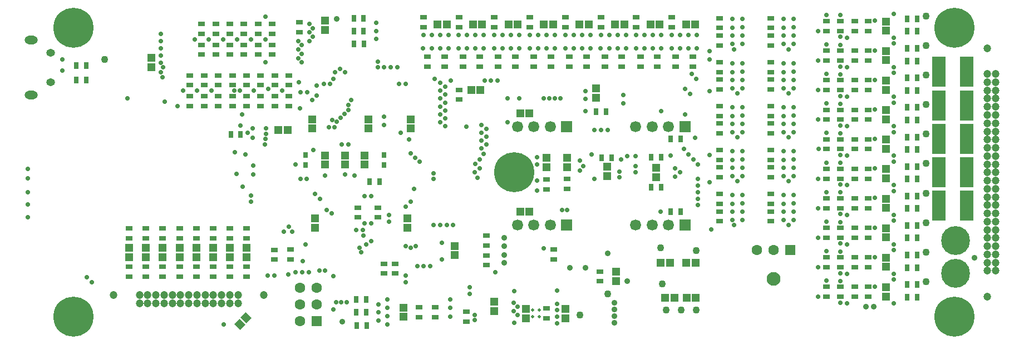
<source format=gbr>
%TF.GenerationSoftware,Altium Limited,Altium Designer,22.4.2 (48)*%
G04 Layer_Color=16711935*
%FSLAX45Y45*%
%MOMM*%
%TF.SameCoordinates,3A7B4B19-9BDF-4AC5-8A71-DEF6C9DA19E2*%
%TF.FilePolarity,Negative*%
%TF.FileFunction,Soldermask,Bot*%
%TF.Part,Single*%
G01*
G75*
%TA.AperFunction,ViaPad*%
%ADD98C,0.50000*%
%TA.AperFunction,SMDPad,CuDef*%
%ADD105R,1.00000X0.80000*%
%ADD106R,0.80000X1.00000*%
%ADD107R,1.20000X1.15000*%
%ADD108R,1.15000X1.20000*%
%ADD109R,0.80000X0.95000*%
G04:AMPARAMS|DCode=110|XSize=1.2mm|YSize=1.15mm|CornerRadius=0mm|HoleSize=0mm|Usage=FLASHONLY|Rotation=315.000|XOffset=0mm|YOffset=0mm|HoleType=Round|Shape=Rectangle|*
%AMROTATEDRECTD110*
4,1,4,-0.83085,0.01768,-0.01768,0.83085,0.83085,-0.01768,0.01768,-0.83085,-0.83085,0.01768,0.0*
%
%ADD110ROTATEDRECTD110*%

%ADD111R,2.00000X4.54000*%
%TA.AperFunction,ConnectorPad*%
%ADD112R,0.80000X1.00000*%
%TA.AperFunction,ComponentPad*%
%ADD113C,1.20000*%
%ADD114C,4.40000*%
%ADD115C,1.60000*%
%ADD116C,1.69000*%
%ADD117O,1.35000X1.15000*%
%ADD118O,2.00000X1.30000*%
%ADD119R,1.69000X1.69000*%
%ADD120R,1.60000X1.60000*%
%ADD121R,1.60000X1.60000*%
%TA.AperFunction,ViaPad*%
%ADD122C,0.70000*%
%ADD123C,1.10000*%
%ADD124C,2.10000*%
%ADD125C,0.90000*%
%ADD126C,6.10000*%
D98*
X9885000Y1300000D02*
D03*
Y1400000D02*
D03*
X9785000D02*
D03*
Y1300000D02*
D03*
D105*
X6230000Y5785000D02*
D03*
Y5635000D02*
D03*
X5430001Y1915000D02*
D03*
X5175001D02*
D03*
X4920001D02*
D03*
X4665001D02*
D03*
X4410001D02*
D03*
X4155001D02*
D03*
X3900001D02*
D03*
X3645001D02*
D03*
X5430001Y2065000D02*
D03*
Y2495000D02*
D03*
X5175001Y2065000D02*
D03*
Y2495000D02*
D03*
X4920001Y2065000D02*
D03*
Y2495000D02*
D03*
X4665001Y2065000D02*
D03*
Y2495000D02*
D03*
X4410001Y2065000D02*
D03*
Y2495000D02*
D03*
X4155001Y2065000D02*
D03*
Y2495000D02*
D03*
X3900001D02*
D03*
Y2065000D02*
D03*
X3645001Y2495000D02*
D03*
Y2065000D02*
D03*
X14682500Y5804994D02*
D03*
X14682501Y5354995D02*
D03*
Y4904995D02*
D03*
Y4454995D02*
D03*
Y4004995D02*
D03*
Y3554990D02*
D03*
Y3104996D02*
D03*
Y2654996D02*
D03*
Y2204991D02*
D03*
Y1754996D02*
D03*
X5820000Y5295000D02*
D03*
X5605000D02*
D03*
X5175000D02*
D03*
X5390000D02*
D03*
X4745000D02*
D03*
X4960000D02*
D03*
X5860001Y4510000D02*
D03*
X5645001D02*
D03*
X6075001D02*
D03*
X5430001D02*
D03*
X5215000D02*
D03*
X4785000D02*
D03*
X5000000D02*
D03*
X4570000D02*
D03*
X10100000Y2175000D02*
D03*
X8055000Y1295000D02*
D03*
X6095000Y2325000D02*
D03*
X7690000Y1960000D02*
D03*
X5430001Y2645000D02*
D03*
X4920001D02*
D03*
X5175001D02*
D03*
X4155001D02*
D03*
X4410001D02*
D03*
X3900001D02*
D03*
X3645001D02*
D03*
X4665001D02*
D03*
X8663749Y4610000D02*
D03*
Y4760000D02*
D03*
X10100000Y2325000D02*
D03*
X8775000Y1375000D02*
D03*
Y1225000D02*
D03*
X9992500Y1425000D02*
D03*
Y1275000D02*
D03*
X14682500Y5654994D02*
D03*
X14889999Y5654994D02*
D03*
Y5804994D02*
D03*
X14255000Y5654994D02*
D03*
Y5804994D02*
D03*
X14460001Y5654995D02*
D03*
Y5804994D02*
D03*
X4745000Y5765000D02*
D03*
Y5615000D02*
D03*
Y5445000D02*
D03*
X5860001Y4830000D02*
D03*
X5645001D02*
D03*
X5430001D02*
D03*
X5215000D02*
D03*
X5000000D02*
D03*
X4785000D02*
D03*
X4570000D02*
D03*
X5860001Y4660000D02*
D03*
X5645001D02*
D03*
X5430001D02*
D03*
X5215000D02*
D03*
X5000000D02*
D03*
X4785000D02*
D03*
X4570000D02*
D03*
X5820000Y5615000D02*
D03*
Y5445000D02*
D03*
X5605000Y5615000D02*
D03*
Y5445000D02*
D03*
X5390000Y5615000D02*
D03*
Y5445000D02*
D03*
X5175000Y5615000D02*
D03*
Y5445000D02*
D03*
X4960000Y5615000D02*
D03*
Y5445000D02*
D03*
X5860001Y4980000D02*
D03*
X5000000D02*
D03*
X5430001D02*
D03*
X4785000D02*
D03*
X5605000Y5765000D02*
D03*
X5175000D02*
D03*
X5215000Y4980000D02*
D03*
X4570000D02*
D03*
X5820000Y5765000D02*
D03*
X5390000D02*
D03*
X5645001Y4980000D02*
D03*
X4960000Y5765000D02*
D03*
X6075001Y4980000D02*
D03*
Y4830000D02*
D03*
Y4660000D02*
D03*
X10310000Y3250000D02*
D03*
Y3400000D02*
D03*
X9995000Y3390000D02*
D03*
Y3240000D02*
D03*
X8120000Y5864999D02*
D03*
Y5715002D02*
D03*
X14460001Y5354996D02*
D03*
X14255000Y5354995D02*
D03*
X14460001Y4904996D02*
D03*
X14255000Y4904996D02*
D03*
X14460001Y4454991D02*
D03*
X14255000Y4454991D02*
D03*
X14460001Y4004996D02*
D03*
X14255000Y4004996D02*
D03*
X14460001Y3554996D02*
D03*
X14255000Y3554996D02*
D03*
X14460001Y2654996D02*
D03*
X14255000Y2654996D02*
D03*
X14460001Y2204997D02*
D03*
X14255000Y2204996D02*
D03*
X14460001Y1754992D02*
D03*
X14255000Y1754991D02*
D03*
X14460001Y3104991D02*
D03*
X14255000Y3104991D02*
D03*
X8300000Y1445000D02*
D03*
Y1295000D02*
D03*
X8055000Y1445000D02*
D03*
X7525000Y2110000D02*
D03*
Y1960000D02*
D03*
X7690000Y2110000D02*
D03*
X7425000Y2815000D02*
D03*
Y2965000D02*
D03*
X7125000Y2965000D02*
D03*
Y2815000D02*
D03*
X10810000Y1840000D02*
D03*
Y1990000D02*
D03*
X6095000Y2175000D02*
D03*
X5855000Y2170000D02*
D03*
Y2320000D02*
D03*
X9075000Y2235000D02*
D03*
Y2085000D02*
D03*
X9075000Y2385000D02*
D03*
Y2535000D02*
D03*
X9200000Y5864999D02*
D03*
Y5715002D02*
D03*
X9519999Y5114998D02*
D03*
Y5265001D02*
D03*
X9260000Y5114998D02*
D03*
Y5265001D02*
D03*
X9740000Y5864999D02*
D03*
Y5715002D02*
D03*
X10059999Y5114998D02*
D03*
Y5265001D02*
D03*
X9799999Y5114998D02*
D03*
Y5265001D02*
D03*
X8660000Y5864999D02*
D03*
Y5715002D02*
D03*
X8979999Y5114998D02*
D03*
Y5265001D02*
D03*
X8720000Y5114998D02*
D03*
Y5265001D02*
D03*
X8439999D02*
D03*
Y5114998D02*
D03*
X8180000Y5265001D02*
D03*
Y5114998D02*
D03*
X10819999Y5864999D02*
D03*
Y5715002D02*
D03*
X11139999Y5114998D02*
D03*
Y5265001D02*
D03*
X10879999Y5114998D02*
D03*
Y5265001D02*
D03*
X11899999Y5864999D02*
D03*
Y5715002D02*
D03*
X12219999Y5114998D02*
D03*
Y5265001D02*
D03*
X11959999Y5114998D02*
D03*
Y5265001D02*
D03*
X10280000Y5864999D02*
D03*
Y5715002D02*
D03*
X10599999Y5114998D02*
D03*
Y5265001D02*
D03*
X10339999Y5114998D02*
D03*
Y5265001D02*
D03*
X11359999Y5864999D02*
D03*
Y5715002D02*
D03*
X11679999Y5114998D02*
D03*
Y5265001D02*
D03*
X11419999Y5114998D02*
D03*
Y5265001D02*
D03*
X12625001Y2905000D02*
D03*
Y2755000D02*
D03*
Y3170000D02*
D03*
Y3020000D02*
D03*
X13405000Y2905000D02*
D03*
Y2755000D02*
D03*
Y3170000D02*
D03*
Y3020000D02*
D03*
X12625001Y3575000D02*
D03*
Y3425000D02*
D03*
Y3840000D02*
D03*
Y3690000D02*
D03*
X13405000Y3575000D02*
D03*
Y3425000D02*
D03*
Y3840000D02*
D03*
Y3690000D02*
D03*
X12625001Y4245000D02*
D03*
Y4095000D02*
D03*
Y4510000D02*
D03*
Y4360000D02*
D03*
X13405000Y4245000D02*
D03*
Y4095000D02*
D03*
Y4510000D02*
D03*
Y4360000D02*
D03*
X12625001Y4915000D02*
D03*
Y4765000D02*
D03*
Y5180000D02*
D03*
Y5030000D02*
D03*
X13405000Y4915000D02*
D03*
Y4765000D02*
D03*
Y5180000D02*
D03*
Y5030000D02*
D03*
X12625001Y5585000D02*
D03*
Y5435000D02*
D03*
Y5850000D02*
D03*
Y5700000D02*
D03*
X13405000Y5850000D02*
D03*
Y5700000D02*
D03*
Y5585000D02*
D03*
Y5435000D02*
D03*
X14682501Y1604999D02*
D03*
X14890001Y1604994D02*
D03*
Y1754991D02*
D03*
X14255000Y1604994D02*
D03*
X14460001Y1604995D02*
D03*
X14682501Y3404993D02*
D03*
X14890001Y3554996D02*
D03*
Y3404999D02*
D03*
X14255000D02*
D03*
X14460001Y3404999D02*
D03*
X14682501Y2504993D02*
D03*
X14890001Y2654996D02*
D03*
Y2504994D02*
D03*
X14255000D02*
D03*
X14460001Y2504994D02*
D03*
X14682501Y4304998D02*
D03*
X14890001Y4454991D02*
D03*
Y4304993D02*
D03*
X14255000D02*
D03*
X14460001Y4304994D02*
D03*
X14682501Y5204993D02*
D03*
X14890001Y5354995D02*
D03*
Y5204993D02*
D03*
X14255000D02*
D03*
X14460001Y5204993D02*
D03*
X14682501Y2954998D02*
D03*
X14890001Y3104991D02*
D03*
Y2954994D02*
D03*
X14255000D02*
D03*
X14460001Y2954994D02*
D03*
X14682501Y3854993D02*
D03*
X14890001Y4004996D02*
D03*
Y3854994D02*
D03*
X14255000D02*
D03*
X14460001Y3854994D02*
D03*
X14682501Y2054994D02*
D03*
X14890001Y2204996D02*
D03*
Y2054999D02*
D03*
X14255000D02*
D03*
X14460001Y2054999D02*
D03*
X14682501Y4754993D02*
D03*
X14890001Y4904996D02*
D03*
Y4754993D02*
D03*
X14255000D02*
D03*
X14460001Y4754994D02*
D03*
D106*
X5340000Y4080000D02*
D03*
X15630000Y5839994D02*
D03*
X15629999Y5649997D02*
D03*
X15630000Y5389996D02*
D03*
Y4939996D02*
D03*
X15630000Y5199998D02*
D03*
Y4749999D02*
D03*
X15630000Y4489996D02*
D03*
X15630000Y4299999D02*
D03*
X15630000Y4039996D02*
D03*
X15630000Y3849999D02*
D03*
X15629996Y3589996D02*
D03*
X15629996Y3399999D02*
D03*
X15630000Y3139996D02*
D03*
X15630000Y2949999D02*
D03*
X15630000Y2689996D02*
D03*
X15630000Y2499999D02*
D03*
X15629996Y2239997D02*
D03*
X15629996Y2049999D02*
D03*
X15630000Y1789997D02*
D03*
X15630000Y1600000D02*
D03*
X5190000Y4080000D02*
D03*
X7105000Y1169999D02*
D03*
X7255000D02*
D03*
X7100000Y1365000D02*
D03*
X7250000D02*
D03*
X7250000Y1559999D02*
D03*
X7100000D02*
D03*
X15480000Y5839994D02*
D03*
X15480000Y5649997D02*
D03*
X11880000Y2905000D02*
D03*
X12030000D02*
D03*
X11885000Y4015000D02*
D03*
X12035000D02*
D03*
X10747500Y4427500D02*
D03*
X10897500D02*
D03*
X10835000Y3725000D02*
D03*
X10985000D02*
D03*
X11735000Y3729997D02*
D03*
X11585000D02*
D03*
X11585000Y3269998D02*
D03*
X11735000Y3269998D02*
D03*
X2990000Y5125000D02*
D03*
X2840000D02*
D03*
X2990000Y4910000D02*
D03*
X2840000Y4910000D02*
D03*
X7300000Y3360000D02*
D03*
X7450000D02*
D03*
X7215000Y5461361D02*
D03*
X7065000Y5461361D02*
D03*
X7210000Y5656361D02*
D03*
X7060000Y5656361D02*
D03*
X15480003Y1789997D02*
D03*
X15480003Y1600000D02*
D03*
X15479999Y3589996D02*
D03*
X15479997Y3399999D02*
D03*
X15479999Y2689996D02*
D03*
X15479997Y2499999D02*
D03*
X15480003Y4489996D02*
D03*
X15480003Y4299999D02*
D03*
X15479999Y5389996D02*
D03*
X15479997Y5199998D02*
D03*
X15480003Y3139996D02*
D03*
X15480003Y2949999D02*
D03*
X15479999Y4039996D02*
D03*
X15479997Y3849999D02*
D03*
X15479999Y2239997D02*
D03*
X15479997Y2049999D02*
D03*
X15479999Y4939996D02*
D03*
X15479997Y4749999D02*
D03*
D107*
X5430001Y2350000D02*
D03*
X5175001Y2350000D02*
D03*
X4920001D02*
D03*
X4665001D02*
D03*
X4410001D02*
D03*
X4155001D02*
D03*
X3900001D02*
D03*
X3645001D02*
D03*
X15157500Y5799994D02*
D03*
X15157500Y5349994D02*
D03*
Y4899994D02*
D03*
Y4449994D02*
D03*
Y3999994D02*
D03*
Y3550000D02*
D03*
Y3099995D02*
D03*
Y2649995D02*
D03*
Y2200000D02*
D03*
Y1749995D02*
D03*
X11660000Y3570000D02*
D03*
X10747500Y4637500D02*
D03*
X6625000Y5670000D02*
D03*
X10310000Y3580000D02*
D03*
X9995000D02*
D03*
X7930000Y4310000D02*
D03*
X7280000D02*
D03*
X3985000Y5105000D02*
D03*
X6430000Y4310000D02*
D03*
X10914999Y3445001D02*
D03*
X8595000Y2240000D02*
D03*
X7875000Y2660000D02*
D03*
X11055000Y1845000D02*
D03*
X10280000Y1420000D02*
D03*
X9677500D02*
D03*
X9200000Y1530000D02*
D03*
X7815000Y1440000D02*
D03*
X6475000Y2660000D02*
D03*
X5430001Y2210000D02*
D03*
X4155001D02*
D03*
X5175001D02*
D03*
X4665001D02*
D03*
X4920001D02*
D03*
X4410001D02*
D03*
X3900001D02*
D03*
X3645001D02*
D03*
X6625000Y5810000D02*
D03*
X9200000Y1390000D02*
D03*
X9677500Y1280000D02*
D03*
X10280000D02*
D03*
X15157500Y5659994D02*
D03*
X10310000Y3720000D02*
D03*
X9995000D02*
D03*
X8595000Y2380000D02*
D03*
X7815000Y1300000D02*
D03*
X10914999Y3585001D02*
D03*
X6925000Y3620000D02*
D03*
Y3760000D02*
D03*
X7225000Y3620000D02*
D03*
Y3760000D02*
D03*
X11055000Y1985000D02*
D03*
X11660000Y3430000D02*
D03*
X10747500Y4777500D02*
D03*
X3985000Y5245000D02*
D03*
X7280000Y4170000D02*
D03*
X6475000Y2800000D02*
D03*
X6430000Y4170000D02*
D03*
X7930000D02*
D03*
X7875000Y2800000D02*
D03*
X6625000Y3620000D02*
D03*
Y3760000D02*
D03*
X15157500Y2959995D02*
D03*
Y1609995D02*
D03*
Y3409995D02*
D03*
Y2509995D02*
D03*
Y4309994D02*
D03*
Y5209994D02*
D03*
Y3859995D02*
D03*
Y2059995D02*
D03*
Y4759994D02*
D03*
D108*
X12260001Y2120000D02*
D03*
X12124999Y1590002D02*
D03*
X11870001Y2124999D02*
D03*
X11940001Y1590001D02*
D03*
X8850000Y4755000D02*
D03*
X9735000Y4400000D02*
D03*
X5915000Y4145000D02*
D03*
X9735000Y2905000D02*
D03*
X6055000Y4145000D02*
D03*
X11730002Y2124999D02*
D03*
X12120002Y2120000D02*
D03*
X11800002Y1590001D02*
D03*
X12264998Y1590002D02*
D03*
X8335000Y5755000D02*
D03*
X8475000D02*
D03*
X9595000Y4400000D02*
D03*
Y2905000D02*
D03*
X8990000Y4755000D02*
D03*
X9415000Y5755000D02*
D03*
X9554999D02*
D03*
X9955000D02*
D03*
X10094999D02*
D03*
X8875000D02*
D03*
X9014999D02*
D03*
X11035000D02*
D03*
X11174999D02*
D03*
X12114999D02*
D03*
X12254999D02*
D03*
X10495000D02*
D03*
X10634999D02*
D03*
X11574999D02*
D03*
X11714999D02*
D03*
D109*
X6325000Y3767500D02*
D03*
Y3612500D02*
D03*
X7525000Y3767500D02*
D03*
Y3612500D02*
D03*
D110*
X5325502Y1185503D02*
D03*
X5424497Y1284498D02*
D03*
D111*
X16387500Y5031800D02*
D03*
X15962500Y5031800D02*
D03*
X16387500Y4521800D02*
D03*
X15962500D02*
D03*
X16387500Y4011799D02*
D03*
X15962500D02*
D03*
X16387500Y3501800D02*
D03*
X15962500D02*
D03*
X16387500Y2991799D02*
D03*
X15962500D02*
D03*
D112*
X7060000Y5851361D02*
D03*
X7210000Y5851361D02*
D03*
D113*
X5299999Y1630000D02*
D03*
X5050002D02*
D03*
X4924998D02*
D03*
X4675001D02*
D03*
X4550003D02*
D03*
X4300000D02*
D03*
X4175002D02*
D03*
X3925000D02*
D03*
X3800002D02*
D03*
X3800001Y1505001D02*
D03*
X16700000Y2250000D02*
D03*
X16825000D02*
D03*
X5175000Y1630000D02*
D03*
X5175000Y1505001D02*
D03*
X4800000Y1630000D02*
D03*
X4424999D02*
D03*
X4424999Y1505001D02*
D03*
X4800000D02*
D03*
X4049999Y1630000D02*
D03*
Y1505001D02*
D03*
X5299998D02*
D03*
X5050002D02*
D03*
X4924998D02*
D03*
X4675001D02*
D03*
X4550003D02*
D03*
X4300001D02*
D03*
X4175002D02*
D03*
X3925000D02*
D03*
X5690001Y1630000D02*
D03*
X3410000Y1630000D02*
D03*
X16700000Y4875000D02*
D03*
X16825000D02*
D03*
X16700000Y4625000D02*
D03*
X16825000D02*
D03*
X16700000Y4375000D02*
D03*
X16825000D02*
D03*
X16700000Y4125000D02*
D03*
X16825000D02*
D03*
X16700000Y3875000D02*
D03*
X16825000D02*
D03*
X16700000Y3625000D02*
D03*
X16825000D02*
D03*
X16700000Y3375000D02*
D03*
X16825000D02*
D03*
X16700000Y3125000D02*
D03*
X16825000D02*
D03*
X16700000Y2875000D02*
D03*
X16825000D02*
D03*
X16700000Y2625000D02*
D03*
X16825000D02*
D03*
X16700000Y2500000D02*
D03*
X16825000Y2375000D02*
D03*
Y2500000D02*
D03*
X16700000Y2125000D02*
D03*
X16825000D02*
D03*
X16700000Y2375000D02*
D03*
Y2000000D02*
D03*
X16825000D02*
D03*
X16700000Y1610000D02*
D03*
Y5390000D02*
D03*
X16825000Y2750000D02*
D03*
Y3000000D02*
D03*
Y3250000D02*
D03*
Y3500000D02*
D03*
Y3750000D02*
D03*
Y4000000D02*
D03*
Y4250000D02*
D03*
Y4500000D02*
D03*
Y4750000D02*
D03*
Y5000000D02*
D03*
X16700000Y2750000D02*
D03*
Y3000000D02*
D03*
Y3250000D02*
D03*
Y3500000D02*
D03*
Y3750000D02*
D03*
Y4000000D02*
D03*
Y4250000D02*
D03*
Y4500000D02*
D03*
Y4750000D02*
D03*
Y5000000D02*
D03*
D114*
X16220000Y2460000D02*
D03*
X16220000Y1959996D02*
D03*
D115*
X13450000Y2315000D02*
D03*
X6499999Y1744000D02*
D03*
X6245999D02*
D03*
Y1490000D02*
D03*
X6499999D02*
D03*
X6245998Y1236000D02*
D03*
X13196001Y2315000D02*
D03*
D116*
X9800000Y4199999D02*
D03*
Y2699999D02*
D03*
X10050002Y4199999D02*
D03*
X9549998D02*
D03*
X11349998Y4200002D02*
D03*
X11600000D02*
D03*
X11850002D02*
D03*
X11849999Y2700001D02*
D03*
X11599997D02*
D03*
X11350000D02*
D03*
X9549998Y2699999D02*
D03*
X10050002D02*
D03*
D117*
X2450000Y5322500D02*
D03*
Y4877497D02*
D03*
D118*
X2150001Y5517501D02*
D03*
X2150001Y4682502D02*
D03*
D119*
X10299999Y4199999D02*
D03*
X12099999Y4200001D02*
D03*
X12100001Y2700001D02*
D03*
X10299999Y2699999D02*
D03*
D120*
X6499999Y1236000D02*
D03*
D121*
X13703999Y2315000D02*
D03*
D122*
X5410000Y3770000D02*
D03*
X5530000Y3605000D02*
D03*
Y3470000D02*
D03*
X6215000Y5502501D02*
D03*
X6500000Y4825000D02*
D03*
X6225000Y4875000D02*
D03*
X6700000Y4850000D02*
D03*
X6325000Y2400000D02*
D03*
X5365000Y4385000D02*
D03*
X6730000Y4300000D02*
D03*
X5760000Y4770000D02*
D03*
X5720000Y5180000D02*
D03*
Y5875000D02*
D03*
X5340000Y4210000D02*
D03*
X5450000Y4100000D02*
D03*
X8450000Y4565000D02*
D03*
X6240000Y4475000D02*
D03*
X6350000Y4725000D02*
D03*
X11880000Y3760000D02*
D03*
X11950000Y3565000D02*
D03*
X12025000Y3500000D02*
D03*
X12085000Y3860000D02*
D03*
X12300000Y3100000D02*
D03*
X12150000Y3775000D02*
D03*
X11160000Y4555000D02*
D03*
Y4679998D02*
D03*
X9215000Y1975000D02*
D03*
X9500000Y1695000D02*
D03*
X6062196Y1944395D02*
D03*
X7850000Y1825000D02*
D03*
Y1925000D02*
D03*
X7600000Y2850000D02*
D03*
X7325000Y2450000D02*
D03*
X7250000Y2400000D02*
D03*
X7210000Y2540000D02*
D03*
X6750000Y1920000D02*
D03*
X7600000Y2750000D02*
D03*
X7095000Y2625000D02*
D03*
X6975000Y3925000D02*
D03*
X6875000Y3925294D02*
D03*
X6425000Y4600000D02*
D03*
X6500000Y4675000D02*
D03*
X5715000Y4010000D02*
D03*
X5730000Y4170000D02*
D03*
X5725000Y4090000D02*
D03*
X5500000Y3150000D02*
D03*
X6550000Y3100000D02*
D03*
X6475000Y3175000D02*
D03*
X7975000Y3250000D02*
D03*
X6340000Y3400000D02*
D03*
X6125000Y2600000D02*
D03*
X7200000Y2620000D02*
D03*
X5500000Y3050000D02*
D03*
X5255000Y3805000D02*
D03*
X6285000Y2150000D02*
D03*
X6075000Y2675000D02*
D03*
X6975000Y4530000D02*
D03*
X7025000Y4600000D02*
D03*
X6450000Y3840000D02*
D03*
X6920000Y4390000D02*
D03*
X6860000Y4335000D02*
D03*
X6975000Y4450000D02*
D03*
X6800000Y4275000D02*
D03*
X5085000Y1185503D02*
D03*
X13600000Y5454500D02*
D03*
X12820001D02*
D03*
X11199999Y5390000D02*
D03*
X12279999D02*
D03*
X11739999D02*
D03*
X13600000Y4784500D02*
D03*
Y4114501D02*
D03*
X12820001Y4784500D02*
D03*
Y4114501D02*
D03*
X13600000Y3444501D02*
D03*
X12820001D02*
D03*
X13600000Y2774501D02*
D03*
X12820001D02*
D03*
X11100000Y3515000D02*
D03*
X10659999Y5390000D02*
D03*
X10119999D02*
D03*
X9579999D02*
D03*
X10587500Y4617500D02*
D03*
X9039999Y5390000D02*
D03*
X8499999D02*
D03*
X9050000Y4900000D02*
D03*
X9850000Y3730002D02*
D03*
X10500000Y3530002D02*
D03*
X7525000Y4350000D02*
D03*
X6680000Y4190000D02*
D03*
X7775000Y4100000D02*
D03*
X6385000Y5632501D02*
D03*
X4156716Y5100000D02*
D03*
X3620000Y4625000D02*
D03*
X5275000Y3475000D02*
D03*
X4379998Y4510000D02*
D03*
X2100000Y3550000D02*
D03*
X9850000Y3225000D02*
D03*
X8275000Y3400000D02*
D03*
X7850000Y2975000D02*
D03*
X8400000Y2175000D02*
D03*
X10150000Y1700000D02*
D03*
Y1500000D02*
D03*
X7575000Y1433500D02*
D03*
X6725000Y2875000D02*
D03*
X7175000Y2280000D02*
D03*
X2100000Y2819998D02*
D03*
X5850000Y1925000D02*
D03*
X3000000Y1900000D02*
D03*
X8775000Y4200000D02*
D03*
X8535000Y4900000D02*
D03*
X7850000Y2375000D02*
D03*
X7925000Y2350000D02*
D03*
X8000000Y2375000D02*
D03*
X6750000Y1410000D02*
D03*
X11725000Y2905000D02*
D03*
X6950000Y1525000D02*
D03*
X7440000Y1490000D02*
D03*
Y1240000D02*
D03*
Y1365000D02*
D03*
X6870000Y1525000D02*
D03*
X6790000D02*
D03*
X6770000Y4190000D02*
D03*
X4465000Y4745000D02*
D03*
X4125000Y5025000D02*
D03*
X4150000Y4951252D02*
D03*
X4125000Y5281249D02*
D03*
Y5171252D02*
D03*
Y5391251D02*
D03*
Y5501248D02*
D03*
Y5611251D02*
D03*
X7225000Y3140000D02*
D03*
X7325000D02*
D03*
X6264930Y5307423D02*
D03*
X6265000Y5437500D02*
D03*
X6385000Y5502501D02*
D03*
X6215000Y5372500D02*
D03*
X8275000Y3485000D02*
D03*
X6625000Y3450000D02*
D03*
X6175000Y3625000D02*
D03*
X6925000Y3465000D02*
D03*
X7075000Y3450000D02*
D03*
X7150000Y2355000D02*
D03*
X6250000Y3400000D02*
D03*
X7525000Y4225000D02*
D03*
X7900000Y4000000D02*
D03*
X6650000Y2925000D02*
D03*
X9950000Y2345000D02*
D03*
X5370000Y3285000D02*
D03*
X8575000Y2700000D02*
D03*
X10230000Y2925000D02*
D03*
X10310000D02*
D03*
X7725000Y5100000D02*
D03*
X7625000D02*
D03*
X7525000D02*
D03*
X7425000D02*
D03*
Y5185000D02*
D03*
X7325000Y2725000D02*
D03*
X7225000D02*
D03*
X9400000Y4265000D02*
D03*
X8450000Y4205000D02*
D03*
X10035000Y4625000D02*
D03*
X7750000Y4850000D02*
D03*
X7850000D02*
D03*
X10205000Y4625000D02*
D03*
X10120000D02*
D03*
X10587500Y4430001D02*
D03*
X11350000Y3750000D02*
D03*
X11225000D02*
D03*
X9950000Y4625000D02*
D03*
X10725000Y4150000D02*
D03*
X10675000Y3775000D02*
D03*
X10550000Y3600000D02*
D03*
X10500000Y3679999D02*
D03*
X9850000Y3375000D02*
D03*
Y3620000D02*
D03*
X10925000Y4150000D02*
D03*
X10825000D02*
D03*
X11125000Y3700000D02*
D03*
X11100000Y3425000D02*
D03*
X10725000Y3400000D02*
D03*
X8025000Y2075000D02*
D03*
X8125000D02*
D03*
X8225000D02*
D03*
X11735000Y4435000D02*
D03*
X11350000Y3600000D02*
D03*
Y3500000D02*
D03*
X11950000Y3435000D02*
D03*
X8060000Y3660000D02*
D03*
X8372997Y5390000D02*
D03*
X8245997Y5590000D02*
D03*
X8372997D02*
D03*
X7995000Y3725000D02*
D03*
X7930000Y3790000D02*
D03*
X8245997Y5390000D02*
D03*
X8900000Y1330000D02*
D03*
Y1250000D02*
D03*
X8825000Y1750000D02*
D03*
Y1650000D02*
D03*
X9495000Y1510000D02*
D03*
X8400000Y2425000D02*
D03*
X9550000Y1450000D02*
D03*
X9495000Y1390000D02*
D03*
X9550000Y1330000D02*
D03*
X9500000Y1210000D02*
D03*
X10150000Y1200000D02*
D03*
Y1300000D02*
D03*
Y1400000D02*
D03*
X8525000Y1305000D02*
D03*
Y1435000D02*
D03*
Y1560500D02*
D03*
X7575000Y1306500D02*
D03*
X6540000Y2000000D02*
D03*
X6375000Y1975000D02*
D03*
X7575000Y1179500D02*
D03*
Y1560500D02*
D03*
X6625000Y2000000D02*
D03*
X15280000Y1505000D02*
D03*
X12500000Y2630000D02*
D03*
X8475000Y2700000D02*
D03*
X12300000Y3400000D02*
D03*
X8375000Y2700000D02*
D03*
X8275000D02*
D03*
X7925000Y3050000D02*
D03*
X12300000Y3000000D02*
D03*
Y3200000D02*
D03*
Y3300000D02*
D03*
Y3625000D02*
D03*
X12475000Y3765000D02*
D03*
X12225000Y3700000D02*
D03*
X8945000Y3420000D02*
D03*
X8900000Y3500000D02*
D03*
X8975000Y3560000D02*
D03*
X8910000Y3630000D02*
D03*
X8975000Y3700000D02*
D03*
X12250000Y4025000D02*
D03*
X12275000Y4925000D02*
D03*
X12175000Y4700000D02*
D03*
X12200000Y5000000D02*
D03*
X12100000Y4775000D02*
D03*
X9000000Y4225000D02*
D03*
X9575000Y4625000D02*
D03*
X12475000Y4735000D02*
D03*
X13600000Y4360000D02*
D03*
Y4495501D02*
D03*
X9400000Y4625000D02*
D03*
X9250000Y4900000D02*
D03*
X12820001Y5165500D02*
D03*
X12970001D02*
D03*
X13675000Y5375000D02*
D03*
X8375000Y4865000D02*
D03*
X8295000Y4925000D02*
D03*
X12820001Y5835500D02*
D03*
X12025997Y5390000D02*
D03*
X12105000Y4385000D02*
D03*
X12152997Y5390000D02*
D03*
X9737499D02*
D03*
X11072997Y5590000D02*
D03*
X11357499Y5390000D02*
D03*
X11072997D02*
D03*
X12152997Y5590000D02*
D03*
X9150000Y4900000D02*
D03*
X14135001Y3855001D02*
D03*
X14460001Y3765000D02*
D03*
X14460001Y3644995D02*
D03*
Y1844995D02*
D03*
X14460001Y1965000D02*
D03*
X12475000Y3350000D02*
D03*
X14255000Y2300001D02*
D03*
X14460001Y2294995D02*
D03*
X14460001Y2415000D02*
D03*
Y2865000D02*
D03*
X14460001Y2744995D02*
D03*
X14125000Y3405001D02*
D03*
X13675000Y4705000D02*
D03*
X12895001D02*
D03*
X12820001Y4495501D02*
D03*
X14460001Y4665000D02*
D03*
X14460001Y4544994D02*
D03*
X14125000Y2055001D02*
D03*
X12475000Y5225000D02*
D03*
Y5350000D02*
D03*
X14255000Y5000000D02*
D03*
Y5450000D02*
D03*
X14460001Y5565000D02*
D03*
X14460001Y5444994D02*
D03*
X14564999Y5105000D02*
D03*
Y4655000D02*
D03*
Y4205000D02*
D03*
Y3755000D02*
D03*
Y3305000D02*
D03*
Y2855000D02*
D03*
Y2405000D02*
D03*
Y1955000D02*
D03*
Y1505000D02*
D03*
Y5555000D02*
D03*
X9035000Y3785000D02*
D03*
X9000000Y3865000D02*
D03*
X9075000Y3925000D02*
D03*
X9000000Y3985000D02*
D03*
X9075000Y4045000D02*
D03*
X9000000Y4105000D02*
D03*
X9075000Y4165000D02*
D03*
X8375000Y4265000D02*
D03*
Y4385000D02*
D03*
Y4505000D02*
D03*
X8450000Y4685000D02*
D03*
X8375000Y4745000D02*
D03*
X8450000Y4325000D02*
D03*
Y4445000D02*
D03*
X8375000Y4625000D02*
D03*
X8450000Y4805000D02*
D03*
X14255000Y1850001D02*
D03*
X13750000Y3155501D02*
D03*
X14125000Y2505001D02*
D03*
Y2955001D02*
D03*
X13750000Y5454500D02*
D03*
X12970001Y2774501D02*
D03*
Y2901501D02*
D03*
Y3028501D02*
D03*
Y3155501D02*
D03*
X12850000Y2695000D02*
D03*
X12820001Y2901501D02*
D03*
Y3020000D02*
D03*
Y3155501D02*
D03*
X13750000Y2774501D02*
D03*
Y2901501D02*
D03*
Y3028501D02*
D03*
X13675000Y2695000D02*
D03*
X13600000Y2901501D02*
D03*
Y3020000D02*
D03*
Y3155501D02*
D03*
X12970001Y3444501D02*
D03*
Y3571501D02*
D03*
Y3698501D02*
D03*
Y3825501D02*
D03*
X12895001Y3365000D02*
D03*
X12820001Y3571501D02*
D03*
Y3690000D02*
D03*
Y3825501D02*
D03*
X13750000Y3444501D02*
D03*
Y3571501D02*
D03*
Y3698501D02*
D03*
Y3825501D02*
D03*
X13675000Y3365000D02*
D03*
X13600000Y3571501D02*
D03*
Y3690000D02*
D03*
Y3825501D02*
D03*
X12970001Y4114501D02*
D03*
Y4241501D02*
D03*
Y4368501D02*
D03*
Y4495501D02*
D03*
X12895001Y4035000D02*
D03*
X12820001Y4241501D02*
D03*
Y4360000D02*
D03*
X13750000Y4114501D02*
D03*
Y4241501D02*
D03*
Y4368501D02*
D03*
Y4495501D02*
D03*
X13675000Y4035000D02*
D03*
X13600000Y4241501D02*
D03*
X12970001Y4784500D02*
D03*
Y4911500D02*
D03*
Y5038500D02*
D03*
X12820001Y4911500D02*
D03*
Y5030000D02*
D03*
X13750000Y4784500D02*
D03*
Y4911500D02*
D03*
Y5038500D02*
D03*
Y5165500D02*
D03*
X13600000Y4911500D02*
D03*
Y5030000D02*
D03*
Y5165500D02*
D03*
X12970001Y5454500D02*
D03*
Y5581500D02*
D03*
Y5708500D02*
D03*
Y5835500D02*
D03*
X12850000Y5375000D02*
D03*
X12820001Y5581500D02*
D03*
Y5700000D02*
D03*
X13600000D02*
D03*
X14460001Y1515000D02*
D03*
X14125000Y1605001D02*
D03*
X15280000Y1865000D02*
D03*
X14989999Y1759995D02*
D03*
X15280000Y1955000D02*
D03*
Y2315000D02*
D03*
X14989999Y2209995D02*
D03*
X15280000Y2405000D02*
D03*
Y2765000D02*
D03*
X14989999Y2659995D02*
D03*
X14255000Y2750001D02*
D03*
X15280000Y2854999D02*
D03*
Y3214999D02*
D03*
X14460001Y3194995D02*
D03*
X14989999Y3109995D02*
D03*
X14255000Y3200001D02*
D03*
X14460001Y3315000D02*
D03*
X15280000Y3304999D02*
D03*
Y3664999D02*
D03*
X14989999Y3559995D02*
D03*
X14255000Y3650001D02*
D03*
X15280000Y3754999D02*
D03*
Y4114999D02*
D03*
X14460001Y4094995D02*
D03*
X14989999Y4009995D02*
D03*
X14255000Y4100000D02*
D03*
X14460001Y4215000D02*
D03*
X14125000Y4305001D02*
D03*
X15280000Y4204999D02*
D03*
Y4564999D02*
D03*
X14989999Y4459995D02*
D03*
X14255000Y4550000D02*
D03*
X14125000Y4755000D02*
D03*
X15280000Y4654999D02*
D03*
Y5014999D02*
D03*
X14460001Y4994994D02*
D03*
X14989999Y4909994D02*
D03*
X14460001Y5115000D02*
D03*
X14125000Y5205000D02*
D03*
X15280000Y5104999D02*
D03*
Y5464999D02*
D03*
X14989999Y5359994D02*
D03*
X14125000Y5655000D02*
D03*
X15280000Y5554999D02*
D03*
Y5914999D02*
D03*
X14255000Y5900000D02*
D03*
X14460001Y5894994D02*
D03*
X14989999Y5809994D02*
D03*
X13600000Y5581500D02*
D03*
X13750000D02*
D03*
Y5708500D02*
D03*
Y5835500D02*
D03*
X13600000D02*
D03*
X6250000Y4725000D02*
D03*
X6275000Y1975000D02*
D03*
X6000000Y2600000D02*
D03*
X6175000Y1975000D02*
D03*
X5750000Y1925000D02*
D03*
X4185000Y4575000D02*
D03*
X3075000Y1825000D02*
D03*
X2100000Y3010000D02*
D03*
Y3200000D02*
D03*
Y3410000D02*
D03*
X5710000Y3930000D02*
D03*
X5525000Y4025000D02*
D03*
Y4175000D02*
D03*
X5970001Y4745000D02*
D03*
X2625000Y5050000D02*
D03*
Y5225000D02*
D03*
X5245000Y4745000D02*
D03*
X5325001Y4745000D02*
D03*
X5715001Y5530000D02*
D03*
X5500000D02*
D03*
X6435000Y5567501D02*
D03*
Y5697501D02*
D03*
X6385000Y5762501D02*
D03*
X6265000Y5177500D02*
D03*
X6215000Y5242500D02*
D03*
X7400000Y5531361D02*
D03*
Y5781361D02*
D03*
Y5656361D02*
D03*
X5540001Y4745000D02*
D03*
X5285000Y5530000D02*
D03*
X5070000D02*
D03*
X4855000D02*
D03*
X4640000D02*
D03*
X4680001Y4745000D02*
D03*
X4895001D02*
D03*
X10587500Y4742500D02*
D03*
X6610000Y4850000D02*
D03*
X6750000Y4925000D02*
D03*
X6775000Y5025000D02*
D03*
X6850000Y5075000D02*
D03*
X6925000Y5025000D02*
D03*
X12279997Y5590000D02*
D03*
X11897499Y5390000D02*
D03*
X12025997Y5590000D02*
D03*
X11898997D02*
D03*
X11739997D02*
D03*
X11612997D02*
D03*
X11485997Y5390000D02*
D03*
X11612997D02*
D03*
X11485997Y5590000D02*
D03*
X11358997D02*
D03*
X11199997D02*
D03*
X10945997Y5390000D02*
D03*
X10817499D02*
D03*
X10945997Y5590000D02*
D03*
X10818997D02*
D03*
X10659997D02*
D03*
X10532997D02*
D03*
X10405997Y5390000D02*
D03*
X10277499D02*
D03*
X10532997D02*
D03*
X10405997Y5590000D02*
D03*
X10278997D02*
D03*
X10119997D02*
D03*
X9992997D02*
D03*
X9865997Y5390000D02*
D03*
X9992997D02*
D03*
X9865997Y5590000D02*
D03*
X9738997D02*
D03*
X9579997D02*
D03*
X9452997D02*
D03*
X9325997Y5390000D02*
D03*
X9197500D02*
D03*
X9452997D02*
D03*
X9325997Y5590000D02*
D03*
X9198997D02*
D03*
X9039997D02*
D03*
X8912997D02*
D03*
X8785997Y5390000D02*
D03*
X8657500D02*
D03*
X8912997D02*
D03*
X8785997Y5590000D02*
D03*
X8658997D02*
D03*
X8117500Y5390000D02*
D03*
X8118997Y5590000D02*
D03*
X8499997D02*
D03*
D123*
X15764999Y5884994D02*
D03*
Y4984994D02*
D03*
Y5434994D02*
D03*
Y4534994D02*
D03*
Y4084995D02*
D03*
Y3634995D02*
D03*
Y3184995D02*
D03*
Y2734995D02*
D03*
Y2284995D02*
D03*
Y1834995D02*
D03*
X12040000Y1400000D02*
D03*
X11755000Y1800000D02*
D03*
X10500000Y1325000D02*
D03*
X10925000Y1650000D02*
D03*
X3275000Y5225000D02*
D03*
X12270000Y2310000D02*
D03*
X11725000Y2350000D02*
D03*
X12270000Y1400000D02*
D03*
X11810000D02*
D03*
D124*
X13450000Y1880000D02*
D03*
D125*
X11225000Y1845000D02*
D03*
X6800000Y5840000D02*
D03*
X6885000Y1225000D02*
D03*
X11025000Y1210000D02*
D03*
Y1310000D02*
D03*
Y1415000D02*
D03*
Y1515000D02*
D03*
X10350000Y2050000D02*
D03*
X10585002D02*
D03*
X10925000Y2269999D02*
D03*
X9350000Y2120000D02*
D03*
Y2245000D02*
D03*
Y2375000D02*
D03*
Y2500000D02*
D03*
X14975000Y1450000D02*
D03*
X14855000D02*
D03*
X16500000Y2200000D02*
D03*
D126*
X16200000Y5700000D02*
D03*
X9500000Y3500000D02*
D03*
X16200000Y1300000D02*
D03*
X2800000Y5700000D02*
D03*
Y1300000D02*
D03*
%TF.MD5,3d8ee3344e3fe57c528217aa386e097b*%
M02*

</source>
